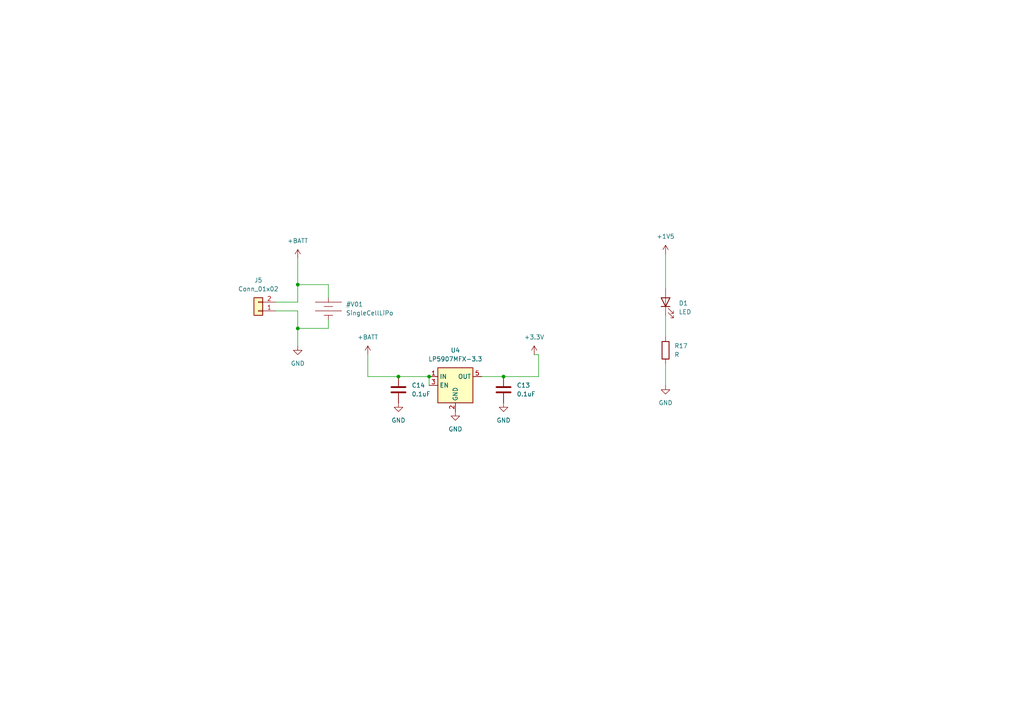
<source format=kicad_sch>
(kicad_sch (version 20230121) (generator eeschema)
  (paper "A4")
  (lib_symbols
    (symbol "Connector_Generic:Conn_01x02" (pin_names (offset 1.016) hide)
      (property "Reference" "J" (at 0 2.54 0))
      (property "Value" "Conn_01x02" (at 0 -5.08 0))
      (symbol "Conn_01x02_1_1"
        (rectangle (start -1.27 -2.413) (end 0 -2.667) (stroke (width 0.1524)))
        (rectangle (start -1.27 0.127) (end 0 -0.127) (stroke (width 0.1524)))
        (rectangle (start -1.27 1.27) (end 1.27 -3.81) (stroke (width 0.254)) (fill (type background)))
        (pin passive line (at -5.08 0 0) (length 3.81) (name "Pin_1") (number "1"))
        (pin passive line (at -5.08 -2.54 0) (length 3.81) (name "Pin_2") (number "2"))
      )
    )
    (symbol "Device:C" (pin_numbers hide) (pin_names (offset 0.254))
      (property "Reference" "C" (at 0.635 2.54 0))
      (property "Value" "C" (at 0.635 -2.54 0))
      (symbol "C_0_1"
        (polyline (pts (xy -2.032 -0.762) (xy 2.032 -0.762)) (stroke (width 0.508)))
        (polyline (pts (xy -2.032 0.762) (xy 2.032 0.762)) (stroke (width 0.508)))
      )
      (symbol "C_1_1"
        (pin passive line (at 0 3.81 270) (length 2.794) (name "~") (number "1"))
        (pin passive line (at 0 -3.81 90) (length 2.794) (name "~") (number "2"))
      )
    )
    (symbol "Device:LED" (pin_numbers hide) (pin_names (offset 1.016) hide)
      (property "Reference" "D" (at 0 2.54 0))
      (property "Value" "LED" (at 0 -2.54 0))
      (symbol "LED_0_1"
        (polyline (pts (xy -1.27 -1.27) (xy -1.27 1.27)) (stroke (width 0.254)))
        (polyline (pts (xy -1.27 0) (xy 1.27 0)))
        (polyline (pts (xy 1.27 -1.27) (xy 1.27 1.27) (xy -1.27 0) (xy 1.27 -1.27)) (stroke (width 0.254)))
        (polyline (pts (xy -3.048 -0.762) (xy -4.572 -2.286) (xy -3.81 -2.286) (xy -4.572 -2.286) (xy -4.572 -1.524)))
        (polyline (pts (xy -1.778 -0.762) (xy -3.302 -2.286) (xy -2.54 -2.286) (xy -3.302 -2.286) (xy -3.302 -1.524)))
      )
      (symbol "LED_1_1"
        (pin passive line (at -3.81 0 0) (length 2.54) (name "K") (number "1"))
        (pin passive line (at 3.81 0 180) (length 2.54) (name "A") (number "2"))
      )
    )
    (symbol "Device:R" (pin_numbers hide) (pin_names (offset 0))
      (property "Reference" "R" (at 2.032 0 90))
      (property "Value" "R" (at 0 0 90))
      (symbol "R_0_1"
        (rectangle (start -1.016 -2.54) (end 1.016 2.54) (stroke (width 0.254)))
      )
      (symbol "R_1_1"
        (pin passive line (at 0 3.81 270) (length 1.27) (name "~") (number "1"))
        (pin passive line (at 0 -3.81 90) (length 1.27) (name "~") (number "2"))
      )
    )
    (symbol "Regulator_Linear:LP5907MFX-3.3"
      (property "Reference" "U" (at -3.81 6.35 0))
      (property "Value" "LP5907MFX-3.3" (at 6.35 6.35 0))
      (symbol "LP5907MFX-3.3_0_1"
        (rectangle (start -5.08 -5.08) (end 5.08 5.08) (stroke (width 0.254)) (fill (type background)))
        (pin power_in line (at -7.62 2.54 0) (length 2.54) (name "IN") (number "1"))
        (pin power_in line (at 0 -7.62 90) (length 2.54) (name "GND") (number "2"))
        (pin input line (at -7.62 0 0) (length 2.54) (name "EN") (number "3"))
        (pin no_connect line (at 5.08 0 180) (length 2.54) hide (name "NC") (number "4"))
        (pin power_out line (at 7.62 2.54 180) (length 2.54) (name "OUT") (number "5"))
      )
    )
    (symbol "minimouse:SingleCellLiPo" (power) (pin_numbers hide) (pin_names hide) (in_bom no) (on_board no)
      (property "Reference" "V" (at 1.8796 0.3048 0))
      (property "Value" "SingleCellLiPo" (at -11.43 1.27 0))
      (symbol "SingleCellLiPo_0_1"
        (polyline (pts (xy -3.81 0) (xy 3.81 0)))
        (polyline (pts (xy -3.81 2.54) (xy 3.81 2.54)))
        (polyline (pts (xy -1.27 -1.27) (xy 1.27 -1.27)))
        (polyline (pts (xy -1.27 1.27) (xy 1.27 1.27)))
      )
      (symbol "SingleCellLiPo_1_1"
        (pin power_out line (at 0 -2.54 90) (length 1.27) (name "+") (number ""))
        (pin power_out line (at 0 3.81 270) (length 1.27) (name "+") (number ""))
      )
    )
    (symbol "power:+1V5" (power) (pin_names (offset 0))
      (property "Value" "+1V5" (at 0 3.556 0))
      (symbol "+1V5_0_1"
        (polyline (pts (xy -0.762 1.27) (xy 0 2.54)))
        (polyline (pts (xy 0 0) (xy 0 2.54)))
        (polyline (pts (xy 0 2.54) (xy 0.762 1.27)))
      )
      (symbol "+1V5_1_1"
        (pin power_in line (at 0 0 90) (length 0) hide (name "+1V5") (number "1"))
      )
    )
    (symbol "power:+3.3V" (power) (pin_names (offset 0))
      (property "Value" "+3.3V" (at 0 3.556 0))
      (symbol "+3.3V_0_1"
        (polyline (pts (xy -0.762 1.27) (xy 0 2.54)))
        (polyline (pts (xy 0 0) (xy 0 2.54)))
        (polyline (pts (xy 0 2.54) (xy 0.762 1.27)))
      )
      (symbol "+3.3V_1_1"
        (pin power_in line (at 0 0 90) (length 0) hide (name "+3.3V") (number "1"))
      )
    )
    (symbol "power:+BATT" (power) (pin_names (offset 0))
      (property "Value" "+BATT" (at 0 3.556 0))
      (symbol "+BATT_0_1"
        (polyline (pts (xy -0.762 1.27) (xy 0 2.54)))
        (polyline (pts (xy 0 0) (xy 0 2.54)))
        (polyline (pts (xy 0 2.54) (xy 0.762 1.27)))
      )
      (symbol "+BATT_1_1"
        (pin power_in line (at 0 0 90) (length 0) hide (name "+BATT") (number "1"))
      )
    )
    (symbol "power:GND" (power) (pin_names (offset 0))
      (property "Value" "GND" (at 0 -3.81 0))
      (symbol "GND_0_1"
        (polyline (pts (xy 0 0) (xy 0 -1.27) (xy 1.27 -1.27) (xy 0 -2.54) (xy -1.27 -1.27) (xy 0 -1.27)))
      )
      (symbol "GND_1_1"
        (pin power_in line (at 0 0 270) (length 0) hide (name "GND") (number "1"))
      )
    )
  )
  (junction (at 86.36 82.55))
  (junction (at 146.05 109.22))
  (junction (at 115.57 109.22))
  (junction (at 124.46 109.22))
  (junction (at 86.36 95.25))
  (wire (pts (xy 115.57 109.22) (xy 106.68 109.22)))
  (wire (pts (xy 86.36 90.17) (xy 86.36 95.25)))
  (wire (pts (xy 95.25 82.55) (xy 86.36 82.55)))
  (wire (pts (xy 86.36 74.93) (xy 86.36 82.55)))
  (wire (pts (xy 95.25 86.36) (xy 95.25 82.55)))
  (wire (pts (xy 124.46 109.22) (xy 124.46 111.76)))
  (wire (pts (xy 115.57 109.22) (xy 124.46 109.22)))
  (wire (pts (xy 95.25 92.71) (xy 95.25 95.25)))
  (wire (pts (xy 193.04 91.44) (xy 193.04 97.79)))
  (wire (pts (xy 80.01 87.63) (xy 86.36 87.63)))
  (wire (pts (xy 139.7 109.22) (xy 146.05 109.22)))
  (wire (pts (xy 193.04 73.66) (xy 193.04 83.82)))
  (wire (pts (xy 86.36 95.25) (xy 86.36 100.33)))
  (wire (pts (xy 95.25 95.25) (xy 86.36 95.25)))
  (wire (pts (xy 146.05 109.22) (xy 156.21 109.22)))
  (wire (pts (xy 86.36 82.55) (xy 86.36 87.63)))
  (wire (pts (xy 193.04 105.41) (xy 193.04 111.76)))
  (wire (pts (xy 106.68 102.87) (xy 106.68 109.22)))
  (wire (pts (xy 154.94 102.87) (xy 156.21 102.87)))
  (wire (pts (xy 156.21 109.22) (xy 156.21 102.87)))
  (wire (pts (xy 80.01 90.17) (xy 86.36 90.17)))
  (symbol (lib_id "Device:R") (at 193.04 101.6 0) (unit 1)
    (property "Reference" "R17" (at 195.58 100.33 0) (effects (justify left)))
    (property "Value" "R" (at 195.58 102.87 0) (effects (justify left)))
  )
  (symbol (lib_id "power:GND") (at 132.08 119.38 0) (unit 1)
    (property "Reference" "#PWR025" (effects hide))
    (property "Value" "GND" (at 132.08 124.46 0))
  )
  (symbol (lib_id "power:+BATT") (at 86.36 74.93 0) (unit 1)
    (property "Reference" "#PWR036" (effects hide))
    (property "Value" "+BATT" (at 86.36 69.85 0))
  )
  (symbol (lib_id "minimouse:SingleCellLiPo") (at 95.25 90.17 0) (unit 1) (in_bom no) (on_board no)
    (property "Reference" "#V01" (at 100.33 88.265 0) (effects (justify left)))
    (property "Value" "SingleCellLiPo" (at 100.33 90.805 0) (effects (justify left)))
  )
  (symbol (lib_id "Regulator_Linear:LP5907MFX-3.3") (at 132.08 111.76 0) (unit 1)
    (property "Reference" "U4" (at 132.08 101.6 0))
    (property "Value" "LP5907MFX-3.3" (at 132.08 104.14 0))
    (property "Footprint" "Package_TO_SOT_SMD:SOT-23-5" (effects hide))
    (property "Datasheet" "http://www.ti.com/lit/ds/symlink/lp5907.pdf" (effects hide))
  )
  (symbol (lib_id "power:GND") (at 146.05 116.84 0) (unit 1)
    (property "Reference" "#PWR024" (effects hide))
    (property "Value" "GND" (at 146.05 121.92 0))
  )
  (symbol (lib_id "Device:LED") (at 193.04 87.63 90) (unit 1)
    (property "Reference" "D1" (at 196.85 87.9475 90) (effects (justify right)))
    (property "Value" "LED" (at 196.85 90.4875 90) (effects (justify right)))
  )
  (symbol (lib_id "power:GND") (at 193.04 111.76 0) (unit 1)
    (property "Reference" "#PWR028" (effects hide))
    (property "Value" "GND" (at 193.04 116.84 0))
  )
  (symbol (lib_id "Device:C") (at 146.05 113.03 0) (unit 1)
    (property "Reference" "C13" (at 149.86 111.76 0) (effects (justify left)))
    (property "Value" "0.1uF" (at 149.86 114.3 0) (effects (justify left)))
  )
  (symbol (lib_id "power:GND") (at 115.57 116.84 0) (unit 1)
    (property "Reference" "#PWR023" (effects hide))
    (property "Value" "GND" (at 115.57 121.92 0))
  )
  (symbol (lib_id "Device:C") (at 115.57 113.03 0) (unit 1)
    (property "Reference" "C14" (at 119.38 111.76 0) (effects (justify left)))
    (property "Value" "0.1uF" (at 119.38 114.3 0) (effects (justify left)))
  )
  (symbol (lib_id "Connector_Generic:Conn_01x02") (at 74.93 90.17 180) (unit 1)
    (property "Reference" "J5" (at 74.93 81.28 0))
    (property "Value" "Conn_01x02" (at 74.93 83.82 0))
    (property "Footprint" "Connector_PinHeader_2.54mm:PinHeader_1x02_P2.54mm_Vertical" (effects hide))
  )
  (symbol (lib_id "power:+3.3V") (at 154.94 102.87 0) (unit 1)
    (property "Reference" "#PWR027" (effects hide))
    (property "Value" "+3.3V" (at 154.94 97.79 0))
  )
  (symbol (lib_id "power:GND") (at 86.36 100.33 0) (unit 1)
    (property "Reference" "#PWR037" (effects hide))
    (property "Value" "GND" (at 86.36 105.41 0))
  )
  (symbol (lib_id "power:+1V5") (at 193.04 73.66 0) (unit 1)
    (property "Reference" "#PWR029" (effects hide))
    (property "Value" "+1V5" (at 193.04 68.58 0))
  )
  (symbol (lib_id "power:+BATT") (at 106.68 102.87 0) (unit 1)
    (property "Reference" "#PWR026" (effects hide))
    (property "Value" "+BATT" (at 106.68 97.79 0))
  )
)
</source>
